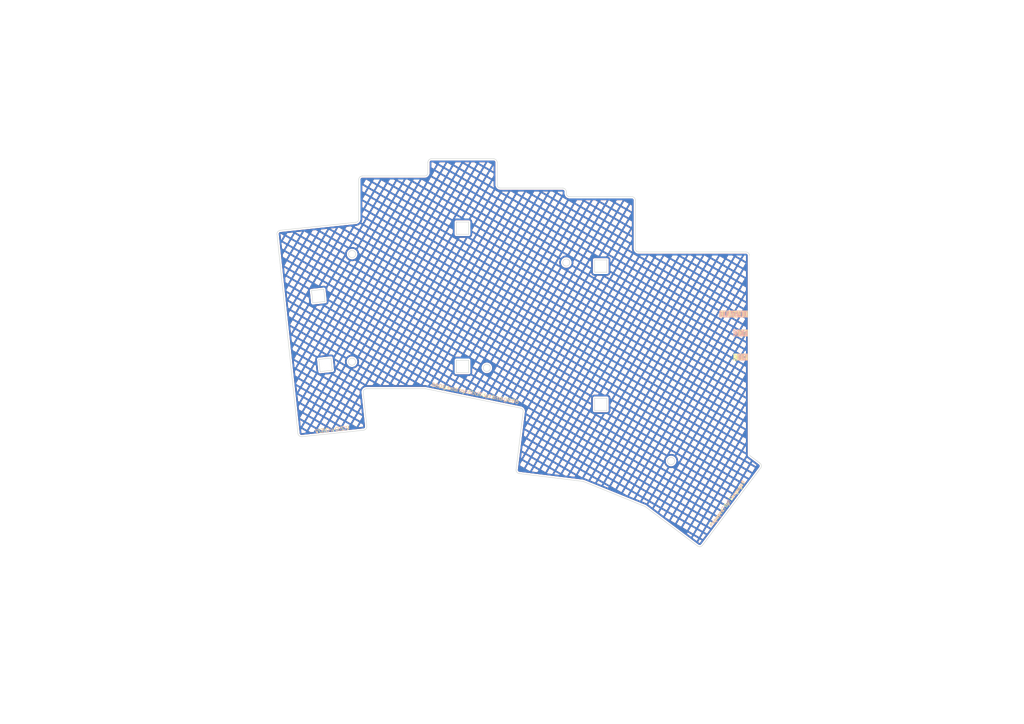
<source format=kicad_pcb>
(kicad_pcb (version 20240108) (generator "pcbnew") (generator_version "8.0")
  (title_block (title "VOID Bottom Plate") (date "2024-11-17") (rev "0.5.9") (company "Allen Choi"))
  (layers (0 "F.Cu" signal) (31 "B.Cu" signal) (34 "B.Paste" user) (35 "F.Paste" user) (36 "B.SilkS" user "B.Silkscreen") (37 "F.SilkS" user "F.Silkscreen") (38 "B.Mask" user) (39 "F.Mask" user) (44 "Edge.Cuts" user))
  (net 0 "")
  (gr_line (start 176.034354 115.467322) (end 172.434354 115.46732) (stroke (width 0.15)) (layer "Edge.Cuts"))
  (gr_arc (start 165.209355 57.06232) (mid 164.502305 56.769387) (end 164.209354 56.06232) (stroke (width 0.15)) (layer "Edge.Cuts"))
  (gr_arc (start 87.523134 126.62809) (mid 86.789264 126.410726) (end 86.424083 125.738097) (stroke (width 0.15)) (layer "Edge.Cuts"))
  (gr_line (start 100.181389 64.816331) (end 81.235747 66.807598) (stroke (width 0.15)) (layer "Edge.Cuts"))
  (gr_arc (start 124.109354 47.06232) (mid 124.402257 46.355225) (end 125.109354 46.062322) (stroke (width 0.15)) (layer "Edge.Cuts"))
  (gr_line (start 96.386938 107.401244) (end 96.010635 103.820965) (stroke (width 0.15)) (layer "Edge.Cuts"))
  (gr_arc (start 163.209354 54.56232) (mid 163.916517 54.855173) (end 164.209354 55.56232) (stroke (width 0.15)) (layer "Edge.Cuts"))
  (gr_line (start 165.209355 57.06232) (end 183.259354 57.06232) (stroke (width 0.15)) (layer "Edge.Cuts"))
  (gr_line (start 106.326073 112.71232) (end 123.293786 112.695167) (stroke (width 0.15)) (layer "Edge.Cuts"))
  (gr_line (start 82.33702 86.852293) (end 84.432816 106.792457) (stroke (width 0.15)) (layer "Edge.Cuts"))
  (gr_circle (center 164.234354 76.137322) (end 165.284354 76.13732) (stroke (width 0.15)) (fill none) (layer "Edge.Cuts"))
  (gr_line (start 96.010635 103.820965) (end 92.430357 104.19727) (stroke (width 0.15)) (layer "Edge.Cuts"))
  (gr_line (start 135.934354 108.06732) (end 135.934354 104.46732) (stroke (width 0.15)) (layer "Edge.Cuts"))
  (gr_line (start 104.059354 52.06232) (end 104.059354 63.508338) (stroke (width 0.15)) (layer "Edge.Cuts"))
  (gr_arc (start 104.059354 63.508338) (mid 103.802501 64.177468) (end 103.163882 64.50286) (stroke (width 0.15)) (layer "Edge.Cuts"))
  (gr_arc (start 143.159355 46.06232) (mid 143.866518 46.355173) (end 144.159354 47.06232) (stroke (width 0.15)) (layer "Edge.Cuts"))
  (gr_line (start 90.710863 87.837382) (end 94.291142 87.461082) (stroke (width 0.15)) (layer "Edge.Cuts"))
  (gr_circle (center 141.184354 106.68732) (end 142.234354 106.68732) (stroke (width 0.15)) (fill none) (layer "Edge.Cuts"))
  (gr_line (start 176.034354 78.96732) (end 176.034355 75.36732) (stroke (width 0.15)) (layer "Edge.Cuts"))
  (gr_line (start 80.345753 67.906649) (end 82.33702 86.852293) (stroke (width 0.15)) (layer "Edge.Cuts"))
  (gr_line (start 132.334355 64.36732) (end 132.334354 67.96732) (stroke (width 0.15)) (layer "Edge.Cuts"))
  (gr_line (start 172.434354 78.967322) (end 176.034354 78.96732) (stroke (width 0.15)) (layer "Edge.Cuts"))
  (gr_arc (start 80.345753 67.906649) (mid 80.563141 67.172817) (end 81.235747 66.807598) (stroke (width 0.15)) (layer "Edge.Cuts"))
  (gr_line (start 163.209354 54.56232) (end 145.159353 54.562322) (stroke (width 0.15)) (layer "Edge.Cuts"))
  (gr_line (start 164.209354 56.06232) (end 164.209354 55.56232) (stroke (width 0.15)) (layer "Edge.Cuts"))
  (gr_line (start 92.430357 104.19727) (end 92.806659 107.777548) (stroke (width 0.15)) (layer "Edge.Cuts"))
  (gr_circle (center 194.625083 133.697548) (end 195.675083 133.697548) (stroke (width 0.15)) (fill none) (layer "Edge.Cuts"))
  (gr_line (start 135.934354 67.96732) (end 135.934355 64.36732) (stroke (width 0.15)) (layer "Edge.Cuts"))
  (gr_arc (start 216.341854 73.102322) (mid 217.049017 73.395174) (end 217.341854 74.10232) (stroke (width 0.15)) (layer "Edge.Cuts"))
  (gr_line (start 172.434354 75.367322) (end 172.434354 78.967322) (stroke (width 0.15)) (layer "Edge.Cuts"))
  (gr_arc (start 124.109355 50.06232) (mid 123.816471 50.769439) (end 123.109354 51.06232) (stroke (width 0.15)) (layer "Edge.Cuts"))
  (gr_arc (start 220.410861 134.3366) (mid 220.799338 134.996065) (end 220.60768 135.73705) (stroke (width 0.15)) (layer "Edge.Cuts"))
  (gr_arc (start 150.951556 118.332725) (mid 151.563455 118.728505) (end 151.744376 119.434444) (stroke (width 0.15)) (layer "Edge.Cuts"))
  (gr_arc (start 150.556239 137.316555) (mid 149.890099 136.939675) (end 149.685562 136.202139) (stroke (width 0.15)) (layer "Edge.Cuts"))
  (gr_line (start 220.410861 134.3366) (end 217.341854 132.02394) (stroke (width 0.15)) (layer "Edge.Cuts"))
  (gr_line (start 172.434354 115.46732) (end 172.434354 119.06732) (stroke (width 0.15)) (layer "Edge.Cuts"))
  (gr_line (start 169.235272 139.644388) (end 187.097266 146.890987) (stroke (width 0.15)) (layer "Edge.Cuts"))
  (gr_arc (start 183.259354 57.06232) (mid 183.966518 57.355174) (end 184.259354 58.062322) (stroke (width 0.15)) (layer "Edge.Cuts"))
  (gr_line (start 217.341854 74.10232) (end 217.341854 132.02394) (stroke (width 0.05)) (layer "Edge.Cuts"))
  (gr_line (start 92.806659 107.777548) (end 96.386938 107.401244) (stroke (width 0.15)) (layer "Edge.Cuts"))
  (gr_line (start 103.163882 64.50286) (end 100.181389 64.816331) (stroke (width 0.15)) (layer "Edge.Cuts"))
  (gr_line (start 124.109354 47.06232) (end 124.109355 50.06232) (stroke (width 0.15)) (layer "Edge.Cuts"))
  (gr_arc (start 185.259355 73.10232) (mid 184.552305 72.809388) (end 184.259354 72.102322) (stroke (width 0.15)) (layer "Edge.Cuts"))
  (gr_line (start 144.159354 53.562322) (end 144.159354 47.06232) (stroke (width 0.15)) (layer "Edge.Cuts"))
  (gr_arc (start 203.711724 158.158744) (mid 203.05226 158.547212) (end 202.311273 158.355564) (stroke (width 0.15)) (layer "Edge.Cuts"))
  (gr_line (start 123.109354 51.06232) (end 105.059354 51.06232) (stroke (width 0.15)) (layer "Edge.Cuts"))
  (gr_line (start 176.034354 119.067322) (end 176.034354 115.467322) (stroke (width 0.15)) (layer "Edge.Cuts"))
  (gr_arc (start 168.982533 139.57902) (mid 169.111048 139.603409) (end 169.235272 139.644388) (stroke (width 0.15)) (layer "Edge.Cuts"))
  (gr_line (start 135.934355 64.36732) (end 132.334355 64.36732) (stroke (width 0.15)) (layer "Edge.Cuts"))
  (gr_line (start 135.934354 104.46732) (end 132.334354 104.467322) (stroke (width 0.15)) (layer "Edge.Cuts"))
  (gr_line (start 176.034355 75.36732) (end 172.434354 75.367322) (stroke (width 0.15)) (layer "Edge.Cuts"))
  (gr_line (start 216.341854 73.102322) (end 185.259355 73.10232) (stroke (width 0.15)) (layer "Edge.Cuts"))
  (gr_circle (center 102.084354 104.88732) (end 103.134354 104.887322) (stroke (width 0.15)) (fill none) (layer "Edge.Cuts"))
  (gr_arc (start 105.331551 113.816848) (mid 105.582941 113.043209) (end 106.326073 112.71232) (stroke (width 0.15)) (layer "Edge.Cuts"))
  (gr_line (start 132.334354 67.96732) (end 135.934354 67.96732) (stroke (width 0.15)) (layer "Edge.Cuts"))
  (gr_arc (start 106.364247 123.642303) (mid 106.146877 124.376149) (end 105.474254 124.741352) (stroke (width 0.15)) (layer "Edge.Cuts"))
  (gr_line (start 184.259354 72.102322) (end 184.259354 58.062322) (stroke (width 0.15)) (layer "Edge.Cuts"))
  (gr_arc (start 104.059354 52.06232) (mid 104.352256 51.355223) (end 105.059354 51.06232) (stroke (width 0.15)) (layer "Edge.Cuts"))
  (gr_line (start 84.432816 106.792457) (end 86.424083 125.738097) (stroke (width 0.15)) (layer "Edge.Cuts"))
  (gr_line (start 94.291142 87.461082) (end 93.91484 83.880801) (stroke (width 0.15)) (layer "Edge.Cuts"))
  (gr_line (start 93.91484 83.880801) (end 90.334561 84.257105) (stroke (width 0.15)) (layer "Edge.Cuts"))
  (gr_line (start 143.159355 46.06232) (end 125.109354 46.062322) (stroke (width 0.15)) (layer "Edge.Cuts"))
  (gr_line (start 106.364247 123.642303) (end 105.331551 113.816848) (stroke (width 0.15)) (layer "Edge.Cuts"))
  (gr_line (start 203.711724 158.158744) (end 220.60768 135.73705) (stroke (width 0.15)) (layer "Edge.Cuts"))
  (gr_circle (center 102.11928 73.687363) (end 103.16928 73.687363) (stroke (width 0.15)) (fill none) (layer "Edge.Cuts"))
  (gr_arc (start 145.159353 54.562322) (mid 144.452303 54.269388) (end 144.159354 53.562322) (stroke (width 0.15)) (layer "Edge.Cuts"))
  (gr_line (start 149.685562 136.202139) (end 151.744376 119.434444) (stroke (width 0.15)) (layer "Edge.Cuts"))
  (gr_line (start 90.334561 84.257105) (end 90.710863 87.837382) (stroke (width 0.15)) (layer "Edge.Cuts"))
  (gr_line (start 123.293786 112.695167) (end 150.951556 118.332725) (stroke (width 0.15)) (layer "Edge.Cuts"))
  (gr_line (start 187.097266 146.890987) (end 202.311273 158.355564) (stroke (width 0.15)) (layer "Edge.Cuts"))
  (gr_line (start 132.334354 104.467322) (end 132.334354 108.067322) (stroke (width 0.15)) (layer "Edge.Cuts"))
  (gr_line (start 87.523134 126.62809) (end 105.474254 124.741352) (stroke (width 0.15)) (layer "Edge.Cuts"))
  (gr_line (start 172.434354 119.06732) (end 176.034354 119.067322) (stroke (width 0.15)) (layer "Edge.Cuts"))
  (gr_line (start 150.556239 137.316555) (end 168.982533 139.57902) (stroke (width 0.15)) (layer "Edge.Cuts"))
  (gr_line (start 132.334354 108.067322) (end 135.934354 108.06732) (stroke (width 0.15)) (layer "Edge.Cuts"))
  (gr_text "UPDATE" (at 212.734354 91.13732 0) (layer "B.SilkS" knockout) (effects (font (size 1.5 1.5)) (justify mirror)))
  (gr_text "ON" (at 215.434354 103.63732 0) (layer "B.SilkS" knockout) (effects (font (size 1.5 1.5))))
  (gr_text "OFF" (at 214.684354 96.63732 0) (layer "B.SilkS" knockout) (effects (font (size 1.5 1.5))))
  (gr_text "designed by Thunderbird 2086" (at 137.749029 114.123673 -11.5) (layer "B.SilkS") (effects (font (size 1.2 1.2)) (justify mirror)))
  (gr_text "Powered By Eergogen" (at 210.941783 146.030129 53) (layer "B.SilkS") (effects (font (size 1 1)) (justify mirror)))
  (gr_text "VOID v0.5.9" (at 96.391552 124.665338 6) (layer "B.SilkS") (effects (font (size 1.2 1.2)) (justify mirror)))
  (gr_text "ON" (at 215.434354 96.637322 0) (layer "F.SilkS" knockout) (effects (font (size 1.5 1.5))))
  (gr_text "OFF" (at 214.734354 103.63732 0) (layer "F.SilkS" knockout) (effects (font (size 1.5 1.5))))
  (gr_text "UPDATE" (at 212.734354 91.13732 0) (layer "F.SilkS" knockout) (effects (font (size 1.5 1.5))))
  (gr_text "Powered By Eergogen" (at 210.941783 146.030129 53) (layer "F.SilkS") (effects (font (size 1 1))))
  (gr_text "designed by Thunderbird 2086" (at 137.749029 114.123673 -11.5) (layer "F.SilkS") (effects (font (size 1.2 1.2))))
  (gr_text "VOID v0.5.9" (at 96.391552 124.665338 6) (layer "F.SilkS") (effects (font (size 1.2 1.2))))
  (zone (net 0) (net_name "") (layers "F&B.Cu") (connect_pads yes (clearance 0.1)) (min_thickness 0.1) (fill yes (mode hatch) (thermal_gap 0.1) (thermal_bridge_width 0.1) (smoothing chamfer) (radius 0.5) (island_removal_mode 1) (island_area_min 5) (hatch_thickness 0.5) (hatch_gap 1.5) (hatch_orientation 60) (hatch_border_algorithm hatch_thickness) (hatch_min_hole_area 0.3))
    (polygon (pts (xy 0 0) (xy 297 0) (xy 297 210) (xy 0 210)))
  )
)
</source>
